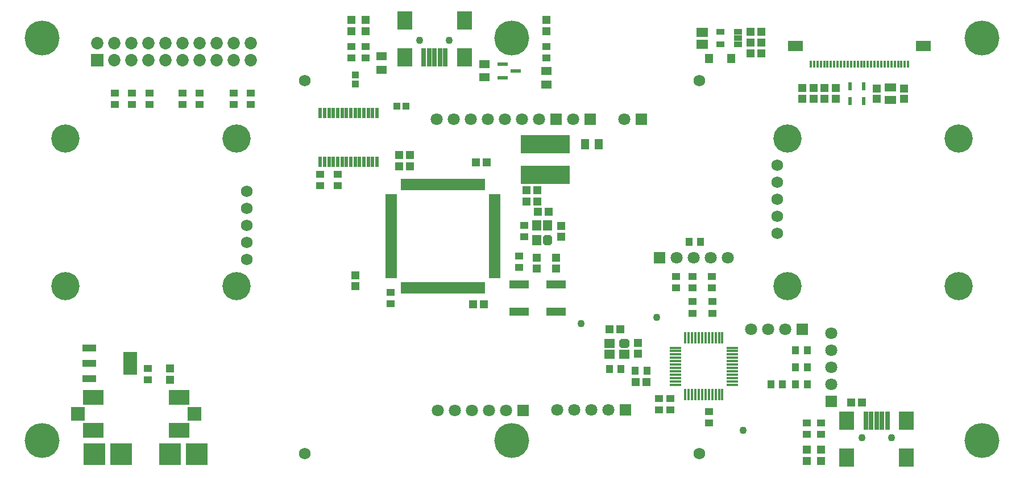
<source format=gts>
G04*
G04 #@! TF.GenerationSoftware,Altium Limited,Altium NEXUS,2.1.8 (74)*
G04*
G04 Layer_Color=8388736*
%FSLAX25Y25*%
%MOIN*%
G70*
G01*
G75*
%ADD23R,0.06339X0.02402*%
%ADD57R,0.04737X0.03556*%
%ADD58R,0.05328X0.06312*%
G04:AMPARAMS|DCode=59|XSize=63.12mil|YSize=53.28mil|CornerRadius=0mil|HoleSize=0mil|Usage=FLASHONLY|Rotation=270.000|XOffset=0mil|YOffset=0mil|HoleType=Round|Shape=Octagon|*
%AMOCTAGOND59*
4,1,8,-0.01332,-0.03156,0.01332,-0.03156,0.02664,-0.01824,0.02664,0.01824,0.01332,0.03156,-0.01332,0.03156,-0.02664,0.01824,-0.02664,-0.01824,-0.01332,-0.03156,0.0*
%
%ADD59OCTAGOND59*%

%ADD60R,0.04737X0.04343*%
%ADD61R,0.04737X0.04540*%
%ADD62R,0.29147X0.11036*%
%ADD63R,0.12611X0.12611*%
%ADD64R,0.01339X0.04095*%
%ADD65R,0.08674X0.05918*%
%ADD66R,0.06556X0.01743*%
%ADD67R,0.01743X0.06556*%
%ADD68R,0.12217X0.08674*%
%ADD69R,0.08280X0.08280*%
%ADD70R,0.04737X0.06312*%
%ADD71R,0.04737X0.04737*%
%ADD72R,0.04343X0.03950*%
%ADD73R,0.05131X0.05603*%
%ADD74R,0.11627X0.04737*%
%ADD75R,0.02375X0.04540*%
%ADD76R,0.06509X0.04934*%
%ADD77R,0.06587X0.05249*%
%ADD78R,0.02170X0.06300*%
%ADD79R,0.08123X0.04343*%
%ADD80R,0.08123X0.13359*%
%ADD81R,0.06942X0.01902*%
%ADD82R,0.01902X0.06942*%
%ADD83R,0.08674X0.10642*%
%ADD84R,0.02769X0.10642*%
%ADD85R,0.04737X0.05131*%
%ADD86R,0.04737X0.04737*%
%ADD87R,0.06312X0.04737*%
%ADD88R,0.04540X0.04737*%
%ADD89R,0.03950X0.04343*%
%ADD90R,0.04343X0.04737*%
%ADD91R,0.06312X0.05328*%
G04:AMPARAMS|DCode=92|XSize=63.12mil|YSize=53.28mil|CornerRadius=0mil|HoleSize=0mil|Usage=FLASHONLY|Rotation=0.000|XOffset=0mil|YOffset=0mil|HoleType=Round|Shape=Octagon|*
%AMOCTAGOND92*
4,1,8,0.03156,-0.01332,0.03156,0.01332,0.01824,0.02664,-0.01824,0.02664,-0.03156,0.01332,-0.03156,-0.01332,-0.01824,-0.02664,0.01824,-0.02664,0.03156,-0.01332,0.0*
%
%ADD92OCTAGOND92*%

%ADD93R,0.07099X0.07099*%
%ADD94C,0.07099*%
%ADD95C,0.06800*%
%ADD96C,0.16548*%
%ADD97R,0.07296X0.07296*%
%ADD98C,0.07296*%
%ADD99R,0.07099X0.07099*%
%ADD100C,0.04343*%
%ADD101C,0.20485*%
D23*
X289784Y240650D02*
D03*
Y232579D02*
D03*
X297618Y236614D02*
D03*
D57*
X427756Y252067D02*
D03*
Y255807D02*
D03*
Y259547D02*
D03*
X417520D02*
D03*
Y252067D02*
D03*
D58*
X316083Y145890D02*
D03*
X309784Y137228D02*
D03*
Y145890D02*
D03*
D59*
X316083Y137228D02*
D03*
D60*
X142244Y216831D02*
D03*
Y223524D02*
D03*
X476396Y29805D02*
D03*
Y23112D02*
D03*
X468203Y23112D02*
D03*
Y29805D02*
D03*
X381496Y37598D02*
D03*
Y44291D02*
D03*
X388095Y44188D02*
D03*
Y37495D02*
D03*
X410755Y36630D02*
D03*
Y29937D02*
D03*
X401135Y94347D02*
D03*
Y101040D02*
D03*
X412715Y94347D02*
D03*
Y101040D02*
D03*
X391587Y109032D02*
D03*
Y115725D02*
D03*
X401135Y109111D02*
D03*
Y115804D02*
D03*
X412503Y109095D02*
D03*
Y115787D02*
D03*
X315354Y251003D02*
D03*
Y244310D02*
D03*
X200990Y250915D02*
D03*
Y244222D02*
D03*
X209364Y250915D02*
D03*
Y244222D02*
D03*
X182884Y169295D02*
D03*
Y175988D02*
D03*
X193223Y169295D02*
D03*
Y175988D02*
D03*
X299646Y127747D02*
D03*
Y121055D02*
D03*
X302598Y139197D02*
D03*
Y145890D02*
D03*
X81890Y62008D02*
D03*
Y55315D02*
D03*
X112244Y216831D02*
D03*
Y223524D02*
D03*
X102244Y216831D02*
D03*
Y223524D02*
D03*
X82677Y216831D02*
D03*
Y223524D02*
D03*
X224016Y106527D02*
D03*
Y99834D02*
D03*
X72441Y216831D02*
D03*
Y223524D02*
D03*
X132244Y223524D02*
D03*
Y216831D02*
D03*
X62598Y216831D02*
D03*
Y223524D02*
D03*
D61*
X485039Y226378D02*
D03*
Y220079D02*
D03*
X478543Y226378D02*
D03*
Y220079D02*
D03*
X465354Y226378D02*
D03*
Y220079D02*
D03*
X472047Y226378D02*
D03*
Y220079D02*
D03*
X525000Y226342D02*
D03*
Y220042D02*
D03*
X509252Y226342D02*
D03*
Y220042D02*
D03*
D62*
X314655Y193504D02*
D03*
Y175394D02*
D03*
D63*
X110512Y11417D02*
D03*
X94764D02*
D03*
X66142D02*
D03*
X50394D02*
D03*
D64*
X470472Y240631D02*
D03*
X472441D02*
D03*
X474409D02*
D03*
X476378D02*
D03*
X478346D02*
D03*
X480315D02*
D03*
X482283D02*
D03*
X484252D02*
D03*
X486221D02*
D03*
X488189D02*
D03*
X490158D02*
D03*
X492126D02*
D03*
X494095D02*
D03*
X496063D02*
D03*
X498032D02*
D03*
X500000D02*
D03*
X501968D02*
D03*
X503937D02*
D03*
X505905D02*
D03*
X507874D02*
D03*
X509842D02*
D03*
X511811D02*
D03*
X513779D02*
D03*
X515748D02*
D03*
X517717D02*
D03*
X519685D02*
D03*
X521654D02*
D03*
X523622D02*
D03*
X525591D02*
D03*
X527559D02*
D03*
D65*
X536614Y251261D02*
D03*
X461417D02*
D03*
D66*
X391202Y73992D02*
D03*
Y72024D02*
D03*
Y70055D02*
D03*
Y68087D02*
D03*
Y66118D02*
D03*
Y64150D02*
D03*
Y62181D02*
D03*
Y60213D02*
D03*
Y58244D02*
D03*
Y56276D02*
D03*
Y54307D02*
D03*
Y52339D02*
D03*
X424402D02*
D03*
Y54307D02*
D03*
Y56276D02*
D03*
Y58244D02*
D03*
Y60213D02*
D03*
Y62181D02*
D03*
Y64150D02*
D03*
Y66118D02*
D03*
Y68087D02*
D03*
Y70055D02*
D03*
Y72024D02*
D03*
Y73992D02*
D03*
D67*
X396975Y46566D02*
D03*
X398944D02*
D03*
X400912D02*
D03*
X402881D02*
D03*
X404849D02*
D03*
X406818D02*
D03*
X408786D02*
D03*
X410755D02*
D03*
X412723D02*
D03*
X414692D02*
D03*
X416660D02*
D03*
X418629D02*
D03*
Y79766D02*
D03*
X416660D02*
D03*
X414692D02*
D03*
X412723D02*
D03*
X410755D02*
D03*
X408786D02*
D03*
X406818D02*
D03*
X404849D02*
D03*
X402881D02*
D03*
X400912D02*
D03*
X398944D02*
D03*
X396975D02*
D03*
D68*
X49764Y44882D02*
D03*
Y25591D02*
D03*
X100000Y44882D02*
D03*
Y25591D02*
D03*
D69*
X40748Y35236D02*
D03*
X109016D02*
D03*
D70*
X346094Y193504D02*
D03*
X338221D02*
D03*
D71*
X303937Y166559D02*
D03*
X310236D02*
D03*
X358933Y84782D02*
D03*
X352634D02*
D03*
X494095Y41732D02*
D03*
X500394D02*
D03*
X367820Y53874D02*
D03*
X374119D02*
D03*
X280394Y182897D02*
D03*
X274095D02*
D03*
X272441Y99630D02*
D03*
X278740D02*
D03*
X235433Y180512D02*
D03*
X229134D02*
D03*
X310354Y153982D02*
D03*
X316654D02*
D03*
X310236Y159937D02*
D03*
X303937D02*
D03*
D72*
X203357Y228740D02*
D03*
Y234252D02*
D03*
D73*
X423701Y243996D02*
D03*
X410827D02*
D03*
D74*
X321299Y111094D02*
D03*
X299646D02*
D03*
Y95346D02*
D03*
X321299D02*
D03*
D75*
X493504Y218960D02*
D03*
Y227424D02*
D03*
X501378Y227424D02*
D03*
Y218960D02*
D03*
D76*
X517126Y226834D02*
D03*
Y219550D02*
D03*
D77*
X406890Y259311D02*
D03*
Y252303D02*
D03*
D78*
X182884Y212002D02*
D03*
X185443D02*
D03*
X188002D02*
D03*
X190561D02*
D03*
X193120D02*
D03*
X195679D02*
D03*
X198238D02*
D03*
X203357D02*
D03*
X200797D02*
D03*
X205915D02*
D03*
X208475D02*
D03*
X211034D02*
D03*
X213593D02*
D03*
X216152D02*
D03*
X182884Y183215D02*
D03*
X185443D02*
D03*
X188002D02*
D03*
X190561D02*
D03*
X193120D02*
D03*
X195679D02*
D03*
X198238D02*
D03*
X200797D02*
D03*
X203357D02*
D03*
X205915D02*
D03*
X208475D02*
D03*
X211034D02*
D03*
X213593D02*
D03*
X216152D02*
D03*
D79*
X47382Y73976D02*
D03*
Y64921D02*
D03*
Y55866D02*
D03*
D80*
X71595Y64921D02*
D03*
D81*
X285000Y115968D02*
D03*
Y117937D02*
D03*
Y119905D02*
D03*
Y121874D02*
D03*
Y123842D02*
D03*
Y125811D02*
D03*
Y127779D02*
D03*
Y129748D02*
D03*
Y131716D02*
D03*
Y133685D02*
D03*
Y135653D02*
D03*
Y137622D02*
D03*
Y139590D02*
D03*
Y141559D02*
D03*
Y143527D02*
D03*
Y145496D02*
D03*
Y147464D02*
D03*
Y149433D02*
D03*
Y151401D02*
D03*
Y153370D02*
D03*
Y155338D02*
D03*
Y157307D02*
D03*
Y159275D02*
D03*
Y161244D02*
D03*
Y163212D02*
D03*
X224528D02*
D03*
Y161244D02*
D03*
Y159275D02*
D03*
Y157307D02*
D03*
Y155338D02*
D03*
Y153370D02*
D03*
Y151401D02*
D03*
Y149433D02*
D03*
Y147464D02*
D03*
Y145496D02*
D03*
Y143527D02*
D03*
Y141559D02*
D03*
Y139590D02*
D03*
Y137622D02*
D03*
Y135653D02*
D03*
Y133685D02*
D03*
Y131716D02*
D03*
Y129748D02*
D03*
Y127779D02*
D03*
Y125811D02*
D03*
Y123842D02*
D03*
Y121874D02*
D03*
Y119905D02*
D03*
Y117937D02*
D03*
Y115968D02*
D03*
D82*
X278386Y169827D02*
D03*
X276417D02*
D03*
X274449D02*
D03*
X272480D02*
D03*
X270512D02*
D03*
X268543D02*
D03*
X266575D02*
D03*
X264606D02*
D03*
X262638D02*
D03*
X260669D02*
D03*
X258701D02*
D03*
X256732D02*
D03*
X254764D02*
D03*
X252795D02*
D03*
X250827D02*
D03*
X248858D02*
D03*
X246890D02*
D03*
X244921D02*
D03*
X242953D02*
D03*
X240984D02*
D03*
X239016D02*
D03*
X237047D02*
D03*
X235079D02*
D03*
X233110D02*
D03*
X231142D02*
D03*
Y109354D02*
D03*
X233110D02*
D03*
X235079D02*
D03*
X237047D02*
D03*
X239016D02*
D03*
X240984D02*
D03*
X242953D02*
D03*
X244921D02*
D03*
X246890D02*
D03*
X248858D02*
D03*
X250827D02*
D03*
X252795D02*
D03*
X254764D02*
D03*
X256732D02*
D03*
X258701D02*
D03*
X260669D02*
D03*
X262638D02*
D03*
X264606D02*
D03*
X266575D02*
D03*
X268543D02*
D03*
X270512D02*
D03*
X272480D02*
D03*
X274449D02*
D03*
X276417D02*
D03*
X278386D02*
D03*
D83*
X232361Y266181D02*
D03*
X267479D02*
D03*
X232361Y244606D02*
D03*
X267479D02*
D03*
X526614Y9528D02*
D03*
X491496D02*
D03*
X526614Y31102D02*
D03*
X491496D02*
D03*
D84*
X243621Y244606D02*
D03*
X246771D02*
D03*
X249920D02*
D03*
X253070D02*
D03*
X256220D02*
D03*
X515354Y31102D02*
D03*
X512205D02*
D03*
X509055D02*
D03*
X505905D02*
D03*
X502756D02*
D03*
D85*
X94764Y55315D02*
D03*
Y62008D02*
D03*
X476396Y14057D02*
D03*
Y7364D02*
D03*
X468203Y14057D02*
D03*
Y7364D02*
D03*
X315354Y259906D02*
D03*
Y266599D02*
D03*
X200990Y259970D02*
D03*
Y266663D02*
D03*
X209364Y259970D02*
D03*
Y266663D02*
D03*
D86*
X369292Y76702D02*
D03*
Y70402D02*
D03*
X324262Y139236D02*
D03*
Y145535D02*
D03*
X321195Y126949D02*
D03*
Y120650D02*
D03*
X309679Y120682D02*
D03*
Y126981D02*
D03*
X203357Y110063D02*
D03*
Y116362D02*
D03*
D87*
X315354Y228523D02*
D03*
Y236397D02*
D03*
X279134Y240565D02*
D03*
Y232691D02*
D03*
X218771Y245032D02*
D03*
Y237158D02*
D03*
D88*
X435236Y253346D02*
D03*
X441535D02*
D03*
X229134Y187343D02*
D03*
X235433D02*
D03*
X441535Y246988D02*
D03*
X435236D02*
D03*
X435236Y259547D02*
D03*
X441535D02*
D03*
D89*
X227786Y215983D02*
D03*
X233298D02*
D03*
D90*
X359130Y61643D02*
D03*
X352437D02*
D03*
X405780Y136180D02*
D03*
X399087D02*
D03*
X367623Y60616D02*
D03*
X374316D02*
D03*
X447254Y52580D02*
D03*
X453947D02*
D03*
X461624D02*
D03*
X468317D02*
D03*
X461624Y62580D02*
D03*
X468317D02*
D03*
X461624Y72580D02*
D03*
X468317D02*
D03*
D91*
X352437Y76603D02*
D03*
X361099Y70304D02*
D03*
X352437D02*
D03*
D92*
X361099Y76603D02*
D03*
D93*
X341159Y208302D02*
D03*
X321159D02*
D03*
X371159D02*
D03*
X361659Y37436D02*
D03*
X301659Y37302D02*
D03*
X465475Y84775D02*
D03*
X381739Y126985D02*
D03*
D94*
X331158Y208303D02*
D03*
X251159Y208302D02*
D03*
X261159D02*
D03*
X271159D02*
D03*
X281159D02*
D03*
X291159D02*
D03*
X301159D02*
D03*
X311159D02*
D03*
X361159D02*
D03*
X351659Y37436D02*
D03*
X341659D02*
D03*
X331659D02*
D03*
X321659D02*
D03*
X291659Y37302D02*
D03*
X281659D02*
D03*
X271659D02*
D03*
X261659D02*
D03*
X251659D02*
D03*
X482605Y82580D02*
D03*
Y72580D02*
D03*
Y62580D02*
D03*
Y52580D02*
D03*
X455475Y84775D02*
D03*
X445474D02*
D03*
X435474D02*
D03*
X421739Y126985D02*
D03*
X411739D02*
D03*
X401739D02*
D03*
X391739D02*
D03*
D95*
X405159Y230802D02*
D03*
Y11802D02*
D03*
X173659D02*
D03*
Y230802D02*
D03*
X450866Y181102D02*
D03*
Y171102D02*
D03*
Y161102D02*
D03*
Y151102D02*
D03*
Y141102D02*
D03*
X139685Y126000D02*
D03*
Y136000D02*
D03*
Y146000D02*
D03*
Y156000D02*
D03*
Y166000D02*
D03*
D96*
X456693Y110236D02*
D03*
Y196850D02*
D03*
X557087D02*
D03*
Y110236D02*
D03*
X133858Y196866D02*
D03*
Y110252D02*
D03*
X33465D02*
D03*
Y196866D02*
D03*
D97*
X52244Y242874D02*
D03*
D98*
Y252874D02*
D03*
X62244Y242874D02*
D03*
Y252874D02*
D03*
X72244Y242874D02*
D03*
Y252874D02*
D03*
X82244Y242874D02*
D03*
Y252874D02*
D03*
X92244Y242874D02*
D03*
Y252874D02*
D03*
X102244Y242874D02*
D03*
Y252874D02*
D03*
X112244Y242874D02*
D03*
Y252874D02*
D03*
X122244Y242874D02*
D03*
Y252874D02*
D03*
X132244Y242874D02*
D03*
Y252874D02*
D03*
X142244Y242874D02*
D03*
Y252874D02*
D03*
D99*
X482605Y42580D02*
D03*
D100*
X241259Y254488D02*
D03*
X258582D02*
D03*
X517717Y21220D02*
D03*
X500394D02*
D03*
X430884Y25679D02*
D03*
X380315Y91902D02*
D03*
X335827Y88110D02*
D03*
D101*
X295276Y255906D02*
D03*
Y19685D02*
D03*
X570866Y255906D02*
D03*
Y19685D02*
D03*
X19685D02*
D03*
Y255906D02*
D03*
M02*

</source>
